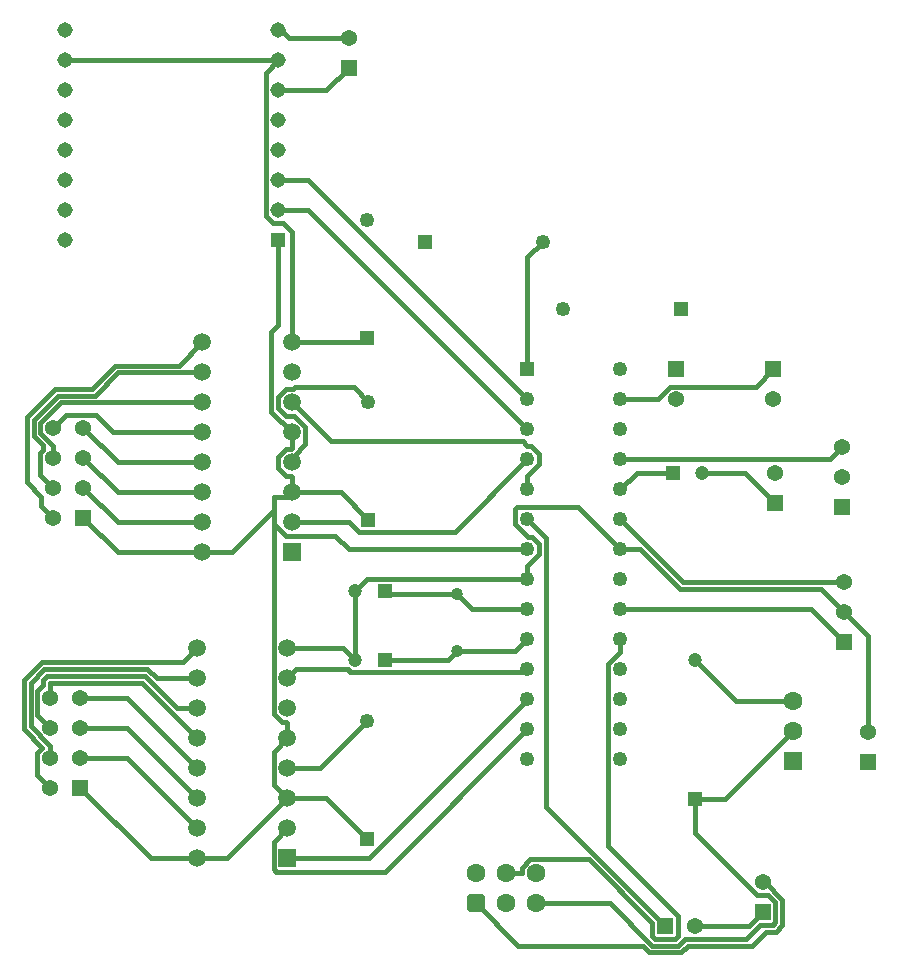
<source format=gtl>
G04*
G04 #@! TF.GenerationSoftware,Altium Limited,Altium Designer,25.4.2 (15)*
G04*
G04 Layer_Physical_Order=1*
G04 Layer_Color=255*
%FSLAX44Y44*%
%MOMM*%
G71*
G04*
G04 #@! TF.SameCoordinates,2E1ED2C4-9609-4262-8C18-0C43A887BFA1*
G04*
G04*
G04 #@! TF.FilePolarity,Positive*
G04*
G01*
G75*
%ADD18C,1.2500*%
%ADD19R,1.2500X1.2500*%
%ADD20R,1.2500X1.2500*%
%ADD27C,1.2000*%
%ADD28R,1.2000X1.2000*%
%ADD29R,1.2000X1.2000*%
%ADD35C,0.3810*%
%ADD36R,1.3700X1.3700*%
%ADD37C,1.3700*%
%ADD38C,1.3080*%
%ADD39R,1.3080X1.3080*%
%ADD40C,1.6000*%
G04:AMPARAMS|DCode=41|XSize=1.6mm|YSize=1.6mm|CornerRadius=0.4mm|HoleSize=0mm|Usage=FLASHONLY|Rotation=0.000|XOffset=0mm|YOffset=0mm|HoleType=Round|Shape=RoundedRectangle|*
%AMROUNDEDRECTD41*
21,1,1.6000,0.8000,0,0,0.0*
21,1,0.8000,1.6000,0,0,0.0*
1,1,0.8000,0.4000,-0.4000*
1,1,0.8000,-0.4000,-0.4000*
1,1,0.8000,-0.4000,0.4000*
1,1,0.8000,0.4000,0.4000*
%
%ADD41ROUNDEDRECTD41*%
%ADD42R,1.3700X1.3700*%
%ADD43R,1.6000X1.6000*%
%ADD44C,1.5000*%
%ADD45R,1.5000X1.5000*%
%ADD46C,1.0300*%
D18*
X312420Y207480D02*
D03*
X313690Y477990D02*
D03*
X461480Y613410D02*
D03*
X478320Y556260D02*
D03*
X312420Y631660D02*
D03*
X448310Y480060D02*
D03*
Y454660D02*
D03*
Y429260D02*
D03*
Y403860D02*
D03*
Y378460D02*
D03*
Y353060D02*
D03*
Y327660D02*
D03*
Y302260D02*
D03*
Y276860D02*
D03*
Y251460D02*
D03*
Y226060D02*
D03*
Y200660D02*
D03*
Y175260D02*
D03*
X527050D02*
D03*
Y200660D02*
D03*
Y226060D02*
D03*
Y251460D02*
D03*
Y276860D02*
D03*
Y302260D02*
D03*
Y327660D02*
D03*
Y353060D02*
D03*
Y378460D02*
D03*
Y403860D02*
D03*
Y429260D02*
D03*
Y454660D02*
D03*
Y480060D02*
D03*
Y505460D02*
D03*
D19*
X312420Y107480D02*
D03*
X313690Y377990D02*
D03*
X312420Y531660D02*
D03*
D20*
X361480Y613410D02*
D03*
X578320Y556260D02*
D03*
X448310Y505460D02*
D03*
D27*
X596700Y417830D02*
D03*
X590550Y259560D02*
D03*
X302660Y317500D02*
D03*
Y259080D02*
D03*
D28*
X571700Y417830D02*
D03*
X327660Y317500D02*
D03*
Y259080D02*
D03*
D29*
X590550Y141760D02*
D03*
D35*
X527050Y480060D02*
X558785D01*
X569572Y490847D01*
X641977D01*
X656590Y505460D01*
X233673Y213703D02*
Y386073D01*
X448310Y600240D02*
X461480Y613410D01*
X448310Y505460D02*
Y600240D01*
X33663Y161917D02*
X44450Y151130D01*
X33663Y161917D02*
Y180998D01*
X37764Y185099D01*
Y185099D01*
X21979Y200884D02*
X37764Y185099D01*
X21979Y200884D02*
Y242344D01*
X37190Y257556D01*
X157226D01*
X168910Y269240D01*
X126760Y251714D02*
X134634Y243840D01*
X124340Y245872D02*
X151772Y218440D01*
X42030Y245872D02*
X124340D01*
X121920Y240030D02*
X168910Y193040D01*
X44450Y240030D02*
X121920D01*
X134634Y243840D02*
X168910D01*
X44450Y227330D02*
Y240030D01*
X38608Y242450D02*
X42030Y245872D01*
X151772Y218440D02*
X168910D01*
X38608Y237998D02*
Y242450D01*
X33663Y233053D02*
X38608Y237998D01*
X33663Y212717D02*
Y233053D01*
X39610Y251714D02*
X126760D01*
X27821Y239925D02*
X39610Y251714D01*
X44450Y176530D02*
Y186675D01*
X27821Y203304D02*
X44450Y186675D01*
X27821Y203304D02*
Y239925D01*
X33663Y212717D02*
X44450Y201930D01*
X69850Y227330D02*
X109220D01*
X168910Y167640D01*
X69850Y201930D02*
X109220D01*
X168910Y142240D01*
X69850Y176530D02*
X109220D01*
X168910Y116840D01*
X69850Y151130D02*
X129540Y91440D01*
X168910D01*
X36830Y389890D02*
X46990Y379730D01*
X36830Y389890D02*
Y397510D01*
X24519Y409821D02*
X36830Y397510D01*
X24519Y409821D02*
Y465238D01*
X48485Y489204D01*
X79622D01*
X99180Y508762D01*
X153162D01*
X172720Y528320D01*
X36203Y415917D02*
X46990Y405130D01*
X36203Y415917D02*
Y434998D01*
X38100Y436895D01*
Y441303D01*
X30361Y449042D02*
X38100Y441303D01*
X30361Y449042D02*
Y462818D01*
X50905Y483362D01*
X82042D01*
X101600Y502920D01*
X172720D01*
X46990Y430530D02*
Y440675D01*
X36203Y451462D02*
X46990Y440675D01*
X36203Y451462D02*
Y460398D01*
X53325Y477520D01*
X172720D01*
X46990Y455930D02*
X57777Y466717D01*
X83177D01*
X97774Y452120D01*
X172720D01*
X72390Y455930D02*
X101600Y426720D01*
X172720D01*
X72390Y430530D02*
X101600Y401320D01*
X172720D01*
X72390Y405130D02*
X101600Y375920D01*
X172720D01*
X72390Y379730D02*
X101600Y350520D01*
X172720D01*
X233673Y386073D02*
X233680Y386080D01*
X198120Y350520D02*
X233673Y386073D01*
Y397510D01*
X245110D01*
X233673Y213703D02*
X240373Y207003D01*
X244448D01*
X245110Y206341D01*
Y193040D02*
Y206341D01*
Y397510D02*
X248920Y401320D01*
X233673Y153677D02*
X245110Y142240D01*
X233673Y153677D02*
Y181603D01*
X245110Y193040D01*
X172720Y350520D02*
X198120D01*
X302660Y259080D02*
Y317500D01*
X292500Y269240D02*
X302660Y259080D01*
X245110Y269240D02*
X292500D01*
X168910Y91440D02*
X194310D01*
X245110Y142240D01*
X272580Y167640D02*
X312420Y207480D01*
X245110Y167640D02*
X272580D01*
X277660Y142240D02*
X312420Y107480D01*
X245110Y142240D02*
X277660D01*
X632460Y417830D02*
X657860Y392430D01*
X596700Y417830D02*
X632460D01*
X736600Y196850D02*
Y279400D01*
X716280Y299720D02*
X736600Y279400D01*
X590550Y259560D02*
X625320Y224790D01*
X673100D01*
X615470Y141760D02*
X673100Y199390D01*
X590550Y141760D02*
X615470D01*
X590550Y113015D02*
Y141760D01*
Y113015D02*
X643232Y60333D01*
X652355D01*
X658487Y54201D01*
Y37239D02*
Y54201D01*
X656181Y34933D02*
X658487Y37239D01*
X645175Y34933D02*
X656181D01*
X633745Y23503D02*
X645175Y34933D01*
X581893Y23503D02*
X633745D01*
X576051Y17661D02*
X581893Y23503D01*
X554249Y17661D02*
X576051D01*
X518570Y53340D02*
X554249Y17661D01*
X455930Y53340D02*
X518570D01*
X650339Y29091D02*
X658601D01*
X664329Y34819D02*
Y56621D01*
X647700Y71120D02*
X649830D01*
X638909Y17661D02*
X650339Y29091D01*
X649830Y71120D02*
X664329Y56621D01*
X658601Y29091D02*
X664329Y34819D01*
X590550Y34290D02*
X636270D01*
X647700Y45720D01*
X573631Y23503D02*
X575937Y25809D01*
Y42771D01*
X584312Y17661D02*
X638909D01*
X578470Y11819D02*
X584312Y17661D01*
X551830Y11819D02*
X578470D01*
X516863Y101845D02*
X575937Y42771D01*
X545988Y17661D02*
X551830Y11819D01*
X440809Y17661D02*
X545988D01*
X556669Y23503D02*
X573631D01*
X464339Y135101D02*
X565150Y34290D01*
X516863Y101845D02*
Y230280D01*
X443993Y78740D02*
Y83685D01*
X464339Y135101D02*
Y362431D01*
X443993Y83685D02*
X450985Y90677D01*
X500501D01*
X430530Y78740D02*
X443993D01*
X500501Y90677D02*
X554363Y36815D01*
X405130Y53340D02*
X440809Y17661D01*
X554363Y25809D02*
X556669Y23503D01*
X554363Y25809D02*
Y36815D01*
X231641Y469399D02*
X248920Y452120D01*
X231641Y469399D02*
Y537279D01*
X237490Y543128D01*
Y614680D01*
X237483Y482257D02*
X244183Y488957D01*
X237483Y472783D02*
Y482257D01*
Y472783D02*
X244183Y466083D01*
X251131D01*
X237490Y741680D02*
X278130D01*
X297180Y760730D01*
X237490Y792480D02*
X239998D01*
X246348Y786130D01*
X297180D01*
X57150Y767080D02*
X237490D01*
X227013Y756603D02*
X237490Y767080D01*
X227013Y635740D02*
Y756603D01*
Y635740D02*
X233458Y629296D01*
X241522D01*
X248920Y621898D01*
Y528320D02*
Y621898D01*
Y528320D02*
X309080D01*
X312420Y531660D01*
X527050Y265867D02*
Y276860D01*
X516863Y255680D02*
X527050Y265867D01*
X439447Y388647D02*
X491463D01*
X438150Y387350D02*
X439447Y388647D01*
X491463D02*
X527050Y353060D01*
X438150Y385055D02*
Y387350D01*
X438123Y385028D02*
X438150Y385055D01*
X438123Y374240D02*
Y385028D01*
Y374240D02*
X449116Y363247D01*
X452530D01*
X458497Y357280D01*
Y348840D02*
Y357280D01*
X448310Y338653D02*
X458497Y348840D01*
X448310Y327660D02*
Y338653D01*
Y378460D02*
X464339Y362431D01*
X516863Y230280D02*
X516890Y230307D01*
Y243595D01*
X516863Y243622D02*
X516890Y243595D01*
X516863Y243622D02*
Y255680D01*
X527050Y302260D02*
X688340D01*
X716280Y274320D01*
X696722Y319278D02*
X716280Y299720D01*
X577970Y319278D02*
X696722D01*
X544188Y353060D02*
X577970Y319278D01*
X527050Y353060D02*
X544188D01*
X580390Y325120D02*
X716280D01*
X527050Y378460D02*
X580390Y325120D01*
X541020Y417830D02*
X571700D01*
X527050Y403860D02*
X541020Y417830D01*
X704850Y429260D02*
X715010Y439420D01*
X527050Y429260D02*
X704850D01*
X233673Y105403D02*
X245110Y116840D01*
X233673Y82309D02*
Y105403D01*
Y82309D02*
X235979Y80003D01*
X327653D01*
X448310Y200660D01*
X245110Y91440D02*
X314448D01*
X448310Y225302D01*
Y226060D01*
X245110Y243840D02*
X252730Y251460D01*
X296227D01*
X298544Y249143D01*
X448310D01*
Y251460D01*
X327660Y259080D02*
X381000D01*
X388620Y266700D01*
X438150D01*
X448310Y276860D01*
X327660Y317500D02*
X329660Y315500D01*
X388620D01*
X401860Y302260D01*
X448310D01*
X302660Y317500D02*
X312820Y327660D01*
X448310D01*
X301460Y490220D02*
X313690Y477990D01*
X251460Y490220D02*
X301460D01*
X250197Y488957D02*
X251460Y490220D01*
X244183Y488957D02*
X250197D01*
X251131Y466083D02*
X260357Y456857D01*
Y441995D02*
Y456857D01*
X250678Y432315D02*
X260357Y441995D01*
X248920Y432315D02*
X250678D01*
X248920Y426720D02*
Y432315D01*
Y438819D02*
Y452120D01*
X248258Y438157D02*
X248920Y438819D01*
X244183Y438157D02*
X248258D01*
X237483Y431457D02*
X244183Y438157D01*
X237483Y421983D02*
Y431457D01*
Y421983D02*
X244183Y415283D01*
X248258D01*
X248920Y414621D01*
Y401320D02*
Y414621D01*
X290360Y401320D02*
X313690Y377990D01*
X248920Y401320D02*
X290360D01*
X234950Y373716D02*
X244183Y364483D01*
X285757D01*
X297180Y353060D01*
X448310D01*
X248920Y477520D02*
X281967Y444473D01*
X444500D01*
X448310Y440663D01*
X451314D01*
X458497Y433480D01*
Y425040D02*
Y433480D01*
X448310Y414853D02*
X458497Y425040D01*
X448310Y403860D02*
Y414853D01*
X248920Y375920D02*
X297692D01*
X305809Y367803D01*
X386853D01*
X448310Y429260D01*
X237490Y640080D02*
X262890D01*
X448310Y454660D01*
X237490Y665480D02*
X262890D01*
X448310Y480060D01*
D36*
X574040Y505460D02*
D03*
X656590D02*
D03*
X716280Y274320D02*
D03*
X715010Y388620D02*
D03*
X657860Y392430D02*
D03*
X297180Y760730D02*
D03*
X647700Y45720D02*
D03*
X736600Y172720D02*
D03*
D37*
X574040Y480060D02*
D03*
X656590D02*
D03*
X716280Y299720D02*
D03*
Y325120D02*
D03*
X715010Y414020D02*
D03*
Y439420D02*
D03*
X657860Y417830D02*
D03*
X297180Y786130D02*
D03*
X590550Y34290D02*
D03*
X647700Y71120D02*
D03*
X736600Y198120D02*
D03*
X46990Y379730D02*
D03*
X72390Y405130D02*
D03*
X46990D02*
D03*
X72390Y430530D02*
D03*
X46990D02*
D03*
X72390Y455930D02*
D03*
X46990D02*
D03*
X44450Y151130D02*
D03*
X69850Y176530D02*
D03*
X44450D02*
D03*
X69850Y201930D02*
D03*
X44450D02*
D03*
X69850Y227330D02*
D03*
X44450D02*
D03*
D38*
X237490Y690880D02*
D03*
Y716280D02*
D03*
X57150Y690880D02*
D03*
Y716280D02*
D03*
X237490Y741680D02*
D03*
Y665480D02*
D03*
X57150D02*
D03*
Y741680D02*
D03*
X237490Y640080D02*
D03*
X57150D02*
D03*
X237490Y767080D02*
D03*
X57150D02*
D03*
Y614680D02*
D03*
X237490Y792480D02*
D03*
X57150D02*
D03*
D39*
X237490Y614680D02*
D03*
D40*
X455930Y78740D02*
D03*
Y53340D02*
D03*
X430530Y78740D02*
D03*
Y53340D02*
D03*
X405130Y78740D02*
D03*
X673100Y224790D02*
D03*
Y199390D02*
D03*
D41*
X405130Y53340D02*
D03*
D42*
X565150Y34290D02*
D03*
X72390Y379730D02*
D03*
X69850Y151130D02*
D03*
D43*
X673100Y173990D02*
D03*
D44*
X172720Y528320D02*
D03*
Y502920D02*
D03*
Y477520D02*
D03*
Y452120D02*
D03*
Y426720D02*
D03*
Y401320D02*
D03*
Y375920D02*
D03*
Y350520D02*
D03*
X248920Y528320D02*
D03*
Y502920D02*
D03*
Y477520D02*
D03*
Y452120D02*
D03*
Y426720D02*
D03*
Y401320D02*
D03*
Y375920D02*
D03*
X168910Y269240D02*
D03*
Y243840D02*
D03*
Y218440D02*
D03*
Y193040D02*
D03*
Y167640D02*
D03*
Y142240D02*
D03*
Y116840D02*
D03*
Y91440D02*
D03*
X245110Y269240D02*
D03*
Y243840D02*
D03*
Y218440D02*
D03*
Y193040D02*
D03*
Y167640D02*
D03*
Y142240D02*
D03*
Y116840D02*
D03*
D45*
X248920Y350520D02*
D03*
X245110Y91440D02*
D03*
D46*
X388620Y266700D02*
D03*
Y315500D02*
D03*
M02*

</source>
